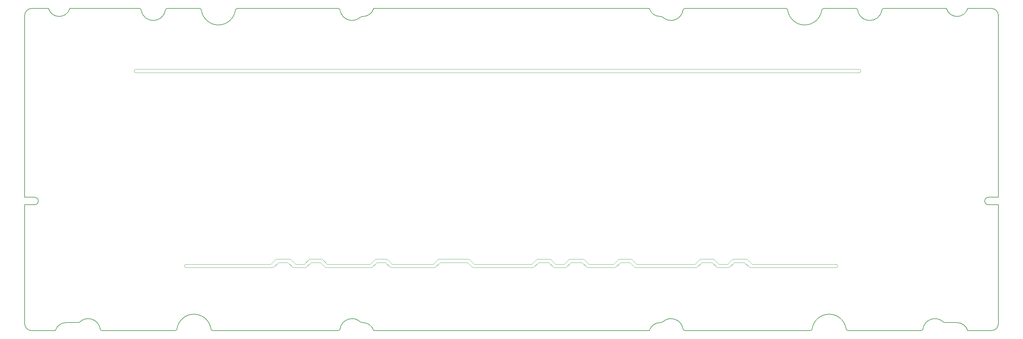
<source format=gm1>
%TF.GenerationSoftware,KiCad,Pcbnew,(6.0.0)*%
%TF.CreationDate,2022-08-01T23:38:05+03:00*%
%TF.ProjectId,SST60,53535436-302e-46b6-9963-61645f706362,0.1*%
%TF.SameCoordinates,Original*%
%TF.FileFunction,Profile,NP*%
%FSLAX46Y46*%
G04 Gerber Fmt 4.6, Leading zero omitted, Abs format (unit mm)*
G04 Created by KiCad (PCBNEW (6.0.0)) date 2022-08-01 23:38:05*
%MOMM*%
%LPD*%
G01*
G04 APERTURE LIST*
%TA.AperFunction,Profile*%
%ADD10C,0.100000*%
%TD*%
%TA.AperFunction,Profile*%
%ADD11C,0.200000*%
%TD*%
G04 APERTURE END LIST*
D10*
X163250000Y-116000000D02*
X161750000Y-114500000D01*
X161750000Y-114500000D02*
X153750000Y-114500000D01*
X187000000Y-116000000D02*
X190500000Y-116000000D01*
X245000000Y-115000000D02*
X269500000Y-115000000D01*
X151750000Y-115000000D02*
X139750000Y-115000000D01*
X205000000Y-116000000D02*
X196750000Y-116000000D01*
X182500000Y-114500000D02*
X181000000Y-116000000D01*
X153750000Y-114500000D02*
X152250000Y-116000000D01*
X210750000Y-116000000D02*
X209250000Y-114500000D01*
X79500000Y-115000000D02*
X104250000Y-115000000D01*
X181000000Y-116000000D02*
X163250000Y-116000000D01*
X243500000Y-113500000D02*
X245000000Y-115000000D01*
X211250000Y-115000000D02*
X228250000Y-115000000D01*
X206000000Y-113500000D02*
X209750000Y-113500000D01*
X229750000Y-113500000D02*
X233750000Y-113500000D01*
X206500000Y-114500000D02*
X205000000Y-116000000D01*
X109250000Y-114500000D02*
X106500000Y-114500000D01*
X186000000Y-113500000D02*
X187500000Y-115000000D01*
X79500000Y-115000000D02*
G75*
G03*
X79500000Y-116000000I0J-500000D01*
G01*
X233250000Y-114500000D02*
X230250000Y-114500000D01*
X244250000Y-116000000D02*
X242750000Y-114500000D01*
X209750000Y-113500000D02*
X211250000Y-115000000D01*
X195750000Y-113500000D02*
X197250000Y-115000000D01*
X105750000Y-113500000D02*
X110000000Y-113500000D01*
X204500000Y-115000000D02*
X206000000Y-113500000D01*
X115500000Y-113500000D02*
X119250000Y-113500000D01*
X110750000Y-116000000D02*
X109250000Y-114500000D01*
X204500000Y-115000000D02*
X197250000Y-115000000D01*
X237750000Y-115000000D02*
X239250000Y-113500000D01*
X163750000Y-115000000D02*
X180500000Y-115000000D01*
X139250000Y-116000000D02*
X137750000Y-114500000D01*
X119250000Y-113500000D02*
X120750000Y-115000000D01*
X185500000Y-114500000D02*
X182500000Y-114500000D01*
X134750000Y-113500000D02*
X138250000Y-113500000D01*
X162250000Y-113500000D02*
X163750000Y-115000000D01*
X209250000Y-114500000D02*
X206500000Y-114500000D01*
X230250000Y-114500000D02*
X228750000Y-116000000D01*
X137750000Y-114500000D02*
X135250000Y-114500000D01*
X192000000Y-114500000D02*
X190500000Y-116000000D01*
X133750000Y-116000000D02*
X120250000Y-116000000D01*
X104250000Y-115000000D02*
X105750000Y-113500000D01*
X64750000Y-58000000D02*
X276250000Y-58000000D01*
X190000000Y-115000000D02*
X191500000Y-113500000D01*
X114000000Y-115000000D02*
X115500000Y-113500000D01*
X187500000Y-115000000D02*
X190000000Y-115000000D01*
X191500000Y-113500000D02*
X195750000Y-113500000D01*
X138250000Y-113500000D02*
X139750000Y-115000000D01*
X187000000Y-116000000D02*
X185500000Y-114500000D01*
X182000000Y-113500000D02*
X186000000Y-113500000D01*
X105000000Y-116000000D02*
X79500000Y-116000000D01*
X110000000Y-113500000D02*
X111500000Y-115000000D01*
X269500000Y-116000000D02*
X244250000Y-116000000D01*
X234750000Y-116000000D02*
X233250000Y-114500000D01*
X180500000Y-115000000D02*
X182000000Y-113500000D01*
X151750000Y-115000000D02*
X153250000Y-113500000D01*
X276250000Y-59000000D02*
G75*
G03*
X276250000Y-58000000I0J500000D01*
G01*
X120250000Y-116000000D02*
X118750000Y-114500000D01*
X239500000Y-113500000D02*
X239250000Y-113500000D01*
X195250000Y-114500000D02*
X192000000Y-114500000D01*
X114500000Y-116000000D02*
X110750000Y-116000000D01*
X237750000Y-115000000D02*
X235250000Y-115000000D01*
X135250000Y-114500000D02*
X133750000Y-116000000D01*
X111500000Y-115000000D02*
X114000000Y-115000000D01*
X152250000Y-116000000D02*
X139250000Y-116000000D01*
X228750000Y-116000000D02*
X210750000Y-116000000D01*
X276250000Y-59000000D02*
X64750000Y-59000000D01*
X153250000Y-113500000D02*
X162250000Y-113500000D01*
X239750000Y-114500000D02*
X238250000Y-116000000D01*
X120750000Y-115000000D02*
X133250000Y-115000000D01*
X116000000Y-114500000D02*
X114500000Y-116000000D01*
X64750000Y-58000000D02*
G75*
G03*
X64750000Y-59000000I0J-500000D01*
G01*
X269500000Y-116000000D02*
G75*
G03*
X269500000Y-115000000I0J500000D01*
G01*
X238250000Y-116000000D02*
X234750000Y-116000000D01*
X133250000Y-115000000D02*
X134750000Y-113500000D01*
X118750000Y-114500000D02*
X116000000Y-114500000D01*
X196750000Y-116000000D02*
X195250000Y-114500000D01*
X239500000Y-113500000D02*
X243500000Y-113500000D01*
X242750000Y-114500000D02*
X239750000Y-114500000D01*
X106500000Y-114500000D02*
X105000000Y-116000000D01*
X233750000Y-113500000D02*
X235250000Y-115000000D01*
X228250000Y-115000000D02*
X229750000Y-113500000D01*
D11*
%TO.C,He*%
X275303015Y-40212507D02*
X265880011Y-40212507D01*
X87271010Y-134412500D02*
X123929007Y-134412500D01*
X218050009Y-132087499D02*
X218318014Y-132087499D01*
X54897005Y-134412500D02*
X76241003Y-134412500D01*
X32275008Y-95412496D02*
X35168005Y-95412496D01*
X44350008Y-132087499D02*
X47925005Y-132087499D01*
X130930014Y-132087499D02*
X131200003Y-132087499D01*
X316975012Y-97612500D02*
X314082007Y-97612500D01*
X314082007Y-95412496D02*
X316975012Y-95412496D01*
X308015997Y-134412500D02*
X314975012Y-134412500D01*
X225321005Y-134412500D02*
X261979010Y-134412500D01*
X39234007Y-40212507D02*
X34275008Y-40212507D01*
X254820013Y-40212507D02*
X225321005Y-40212507D01*
X65805006Y-40212507D02*
X45466006Y-40212507D01*
X301784003Y-40212507D02*
X283445013Y-40212507D01*
X218304007Y-42537504D02*
X218050009Y-42537504D01*
X314975012Y-40212507D02*
X308015997Y-40212507D01*
X32275008Y-42212507D02*
X32275008Y-95412496D01*
X273009009Y-134412500D02*
X294353003Y-134412500D01*
X134316000Y-134412500D02*
X214934012Y-134412500D01*
X316975012Y-132412500D02*
X316975012Y-97612500D01*
X214934012Y-40212507D02*
X134316000Y-40212507D01*
X34275008Y-134412500D02*
X41234007Y-134412500D01*
X131200003Y-42537504D02*
X130974005Y-42537504D01*
X83370009Y-40212507D02*
X73947005Y-40212507D01*
X35168005Y-97612500D02*
X32275008Y-97612500D01*
X301442999Y-132087499D02*
X304900000Y-132087499D01*
X123929007Y-40212507D02*
X94430006Y-40212507D01*
X316975012Y-95412496D02*
X316975012Y-42212507D01*
X32275008Y-97612500D02*
X32275008Y-132412500D01*
X134316000Y-134412500D02*
G75*
G03*
X131200003Y-132087499I-3115094J-924340D01*
G01*
X300797003Y-131819497D02*
G75*
G03*
X294924017Y-133841501I-2372238J-2649901D01*
G01*
X314082007Y-95412496D02*
G75*
G03*
X314082007Y-97612500I-4J-1100002D01*
G01*
X261979010Y-134412500D02*
G75*
G03*
X262535010Y-133856500I-511J556511D01*
G01*
X300797003Y-131819497D02*
G75*
G03*
X301442999Y-132087499I646971J646907D01*
G01*
X255391013Y-40783506D02*
G75*
G03*
X265308997Y-40783506I4958992J770503D01*
G01*
X214934013Y-40212507D02*
G75*
G03*
X218050009Y-42537504I3115105J924360D01*
G01*
X86715009Y-133856500D02*
G75*
G03*
X76797011Y-133856500I-4958999J-770498D01*
G01*
X272453010Y-133856500D02*
G75*
G03*
X262535010Y-133856500I-4959000J-770497D01*
G01*
X83941007Y-40783506D02*
G75*
G03*
X93859007Y-40783506I4959000J770510D01*
G01*
X124500006Y-40783506D02*
G75*
G03*
X130410010Y-42771497I3500403J627401D01*
G01*
X54326006Y-133841501D02*
G75*
G03*
X48359007Y-131907499I-3499969J-626468D01*
G01*
X218817007Y-42749494D02*
G75*
G03*
X218304007Y-42537504I-511685J-511534D01*
G01*
X34275008Y-40212507D02*
G75*
G03*
X32275008Y-42212507I723J-2000723D01*
G01*
X76241003Y-134412500D02*
G75*
G03*
X76797011Y-133856500I-518J556526D01*
G01*
X314975012Y-134412500D02*
G75*
G03*
X316975012Y-132412500I-729J2000729D01*
G01*
X123929007Y-134412500D02*
G75*
G03*
X124500006Y-133841501I824J570175D01*
G01*
X294353003Y-134412500D02*
G75*
G03*
X294924017Y-133841501I801J570213D01*
G01*
X66376005Y-40783506D02*
G75*
G03*
X65805006Y-40212507I-570161J838D01*
G01*
X44350008Y-132087499D02*
G75*
G03*
X41234007Y-134412500I-899J-3249351D01*
G01*
X308015997Y-134412500D02*
G75*
G03*
X304900000Y-132087499I-3115094J-924340D01*
G01*
X275873999Y-40783506D02*
G75*
G03*
X282873999Y-40783506I3500000J626656D01*
G01*
X73947005Y-40212507D02*
G75*
G03*
X73376005Y-40783506I-839J-570161D01*
G01*
X316975012Y-42212507D02*
G75*
G03*
X314975012Y-40212507I-2000723J-723D01*
G01*
X224750006Y-133841501D02*
G75*
G03*
X225321005Y-134412500I570189J-810D01*
G01*
X86715010Y-133856500D02*
G75*
G03*
X87271010Y-134412500I556511J511D01*
G01*
X32275008Y-132412500D02*
G75*
G03*
X34275008Y-134412500I2000729J729D01*
G01*
X218817006Y-42749495D02*
G75*
G03*
X224750006Y-40783506I2432970J2593093D01*
G01*
X225321005Y-40212507D02*
G75*
G03*
X224750006Y-40783506I-827J-570172D01*
G01*
X66376005Y-40783506D02*
G75*
G03*
X73376005Y-40783506I3500000J626656D01*
G01*
X218318014Y-132087498D02*
G75*
G03*
X218807013Y-131884500I-2532J696567D01*
G01*
X130445013Y-131886499D02*
G75*
G03*
X130930014Y-132087499I484827J484219D01*
G01*
X47925005Y-132087499D02*
G75*
G03*
X48359007Y-131907499I-858J615285D01*
G01*
X218050009Y-132087499D02*
G75*
G03*
X214934012Y-134412500I-903J-3249341D01*
G01*
X35168005Y-97612500D02*
G75*
G03*
X35168005Y-95412496I1J1100002D01*
G01*
X283445013Y-40212507D02*
G75*
G03*
X282873999Y-40783506I-813J-570201D01*
G01*
X131200003Y-42537505D02*
G75*
G03*
X134316000Y-40212507I891J3249358D01*
G01*
X265880011Y-40212507D02*
G75*
G03*
X265308997Y-40783506I-815J-570199D01*
G01*
X83941008Y-40783506D02*
G75*
G03*
X83370009Y-40212507I-570161J838D01*
G01*
X255391012Y-40783506D02*
G75*
G03*
X254820013Y-40212507I-570172J827D01*
G01*
X272453009Y-133856500D02*
G75*
G03*
X273009009Y-134412500I556511J511D01*
G01*
X275873999Y-40783506D02*
G75*
G03*
X275303015Y-40212507I-570148J851D01*
G01*
X124500006Y-40783506D02*
G75*
G03*
X123929007Y-40212507I-570161J838D01*
G01*
X94430006Y-40212507D02*
G75*
G03*
X93859007Y-40783506I-838J-570161D01*
G01*
X39234007Y-40212507D02*
G75*
G03*
X45466006Y-40212507I3115999J925560D01*
G01*
X54326006Y-133841501D02*
G75*
G03*
X54897005Y-134412500I570175J-824D01*
G01*
X301784003Y-40212507D02*
G75*
G03*
X308015997Y-40212507I3115997J925555D01*
G01*
X224750005Y-133841501D02*
G75*
G03*
X218807013Y-131884500I-3499890J-626119D01*
G01*
X130445013Y-131886499D02*
G75*
G03*
X124500006Y-133841501I-2444801J-2582202D01*
G01*
X130974005Y-42537504D02*
G75*
G03*
X130410010Y-42771497I1388J-800042D01*
G01*
%TD*%
M02*

</source>
